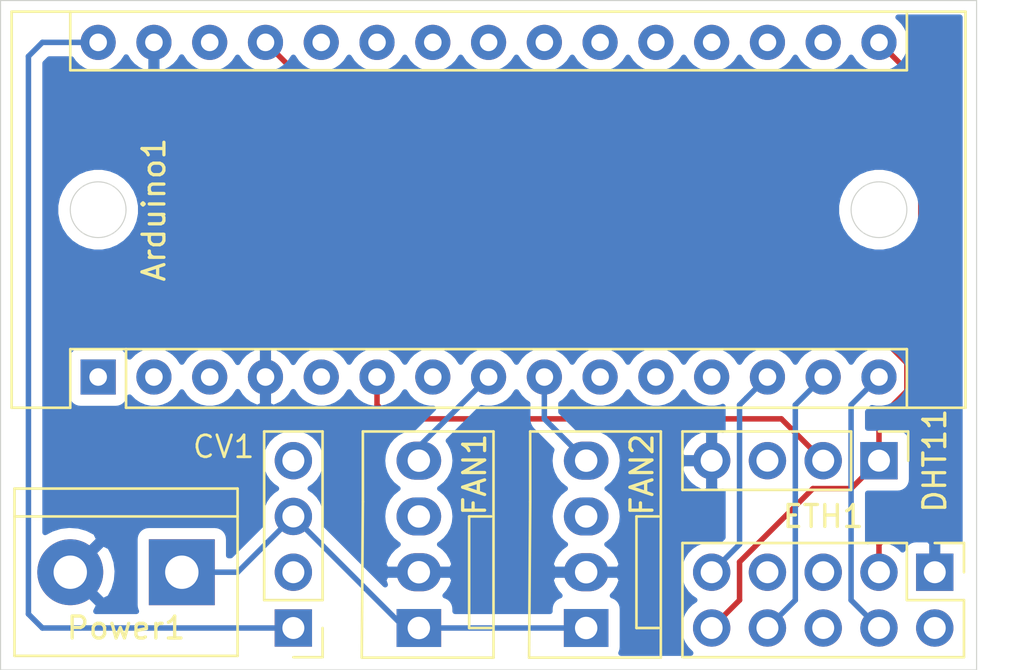
<source format=kicad_pcb>
(kicad_pcb (version 20171130) (host pcbnew "(5.1.6)-1")

  (general
    (thickness 1.6)
    (drawings 6)
    (tracks 43)
    (zones 0)
    (modules 7)
    (nets 40)
  )

  (page A4)
  (layers
    (0 F.Cu signal)
    (31 B.Cu signal)
    (33 F.Adhes user)
    (35 F.Paste user)
    (37 F.SilkS user)
    (38 B.Mask user)
    (39 F.Mask user)
    (40 Dwgs.User user)
    (41 Cmts.User user)
    (42 Eco1.User user)
    (43 Eco2.User user)
    (44 Edge.Cuts user)
    (45 Margin user)
    (46 B.CrtYd user)
    (47 F.CrtYd user)
    (49 F.Fab user hide)
  )

  (setup
    (last_trace_width 0.25)
    (trace_clearance 0.2)
    (zone_clearance 0.508)
    (zone_45_only no)
    (trace_min 0.2)
    (via_size 0.8)
    (via_drill 0.4)
    (via_min_size 0.4)
    (via_min_drill 0.3)
    (uvia_size 0.3)
    (uvia_drill 0.1)
    (uvias_allowed no)
    (uvia_min_size 0.2)
    (uvia_min_drill 0.1)
    (edge_width 0.05)
    (segment_width 0.2)
    (pcb_text_width 0.3)
    (pcb_text_size 1.5 1.5)
    (mod_edge_width 0.12)
    (mod_text_size 1 1)
    (mod_text_width 0.15)
    (pad_size 1.524 1.524)
    (pad_drill 0.762)
    (pad_to_mask_clearance 0.051)
    (solder_mask_min_width 0.25)
    (aux_axis_origin 0 0)
    (grid_origin 79 129.135)
    (visible_elements 7FFFFFFF)
    (pcbplotparams
      (layerselection 0x010fc_ffffffff)
      (usegerberextensions false)
      (usegerberattributes false)
      (usegerberadvancedattributes false)
      (creategerberjobfile false)
      (excludeedgelayer true)
      (linewidth 0.100000)
      (plotframeref false)
      (viasonmask false)
      (mode 1)
      (useauxorigin false)
      (hpglpennumber 1)
      (hpglpenspeed 20)
      (hpglpendiameter 15.000000)
      (psnegative false)
      (psa4output false)
      (plotreference true)
      (plotvalue true)
      (plotinvisibletext false)
      (padsonsilk false)
      (subtractmaskfromsilk false)
      (outputformat 1)
      (mirror false)
      (drillshape 1)
      (scaleselection 1)
      (outputdirectory ""))
  )

  (net 0 "")
  (net 1 +12V)
  (net 2 +5V)
  (net 3 "Net-(DHT11-Pad3)")
  (net 4 "Net-(FAN1-Pad3)")
  (net 5 "Net-(FAN2-Pad3)")
  (net 6 5V)
  (net 7 3V3)
  (net 8 E_SCK)
  (net 9 E_MISO)
  (net 10 E_MOSI)
  (net 11 GND)
  (net 12 E_NSS)
  (net 13 "Net-(Arduino1-Pad28)")
  (net 14 "Net-(Arduino1-Pad12)")
  (net 15 "Net-(Arduino1-Pad11)")
  (net 16 "Net-(Arduino1-Pad26)")
  (net 17 "Net-(Arduino1-Pad10)")
  (net 18 "Net-(Arduino1-Pad25)")
  (net 19 FAN_PWM_2)
  (net 20 "Net-(Arduino1-Pad24)")
  (net 21 FAN_PWM_1)
  (net 22 "Net-(Arduino1-Pad23)")
  (net 23 "Net-(Arduino1-Pad7)")
  (net 24 "Net-(Arduino1-Pad22)")
  (net 25 D_DHT)
  (net 26 "Net-(Arduino1-Pad21)")
  (net 27 "Net-(Arduino1-Pad5)")
  (net 28 "Net-(Arduino1-Pad20)")
  (net 29 "Net-(Arduino1-Pad19)")
  (net 30 "Net-(Arduino1-Pad3)")
  (net 31 "Net-(Arduino1-Pad18)")
  (net 32 "Net-(Arduino1-Pad2)")
  (net 33 "Net-(Arduino1-Pad1)")
  (net 34 "Net-(CV1-Pad2)")
  (net 35 "Net-(CV1-Pad4)")
  (net 36 "Net-(ETH1-Pad7)")
  (net 37 "Net-(ETH1-Pad6)")
  (net 38 "Net-(ETH1-Pad5)")
  (net 39 "Net-(ETH1-Pad2)")

  (net_class Default "Ceci est la Netclass par défaut."
    (clearance 0.2)
    (trace_width 0.25)
    (via_dia 0.8)
    (via_drill 0.4)
    (uvia_dia 0.3)
    (uvia_drill 0.1)
    (add_net +12V)
    (add_net +5V)
    (add_net 3V3)
    (add_net 5V)
    (add_net D_DHT)
    (add_net E_MISO)
    (add_net E_MOSI)
    (add_net E_NSS)
    (add_net E_SCK)
    (add_net FAN_PWM_1)
    (add_net FAN_PWM_2)
    (add_net GND)
    (add_net "Net-(Arduino1-Pad1)")
    (add_net "Net-(Arduino1-Pad10)")
    (add_net "Net-(Arduino1-Pad11)")
    (add_net "Net-(Arduino1-Pad12)")
    (add_net "Net-(Arduino1-Pad18)")
    (add_net "Net-(Arduino1-Pad19)")
    (add_net "Net-(Arduino1-Pad2)")
    (add_net "Net-(Arduino1-Pad20)")
    (add_net "Net-(Arduino1-Pad21)")
    (add_net "Net-(Arduino1-Pad22)")
    (add_net "Net-(Arduino1-Pad23)")
    (add_net "Net-(Arduino1-Pad24)")
    (add_net "Net-(Arduino1-Pad25)")
    (add_net "Net-(Arduino1-Pad26)")
    (add_net "Net-(Arduino1-Pad28)")
    (add_net "Net-(Arduino1-Pad3)")
    (add_net "Net-(Arduino1-Pad5)")
    (add_net "Net-(Arduino1-Pad7)")
    (add_net "Net-(CV1-Pad2)")
    (add_net "Net-(CV1-Pad4)")
    (add_net "Net-(DHT11-Pad3)")
    (add_net "Net-(ETH1-Pad2)")
    (add_net "Net-(ETH1-Pad5)")
    (add_net "Net-(ETH1-Pad6)")
    (add_net "Net-(ETH1-Pad7)")
    (add_net "Net-(FAN1-Pad3)")
    (add_net "Net-(FAN2-Pad3)")
  )

  (module Pin_Headers:Pin_Header_Straight_2x05_Pitch2.54mm (layer F.Cu) (tedit 59650532) (tstamp 5F2BD4BF)
    (at 121.545 124.69 270)
    (descr "Through hole straight pin header, 2x05, 2.54mm pitch, double rows")
    (tags "Through hole pin header THT 2x05 2.54mm double row")
    (path /5F2C882C)
    (fp_text reference ETH1 (at -2.54 5.08 180) (layer F.SilkS)
      (effects (font (size 1 1) (thickness 0.15)))
    )
    (fp_text value Conn_02x05_Counter_Clockwise (at 1.27 12.49 90) (layer F.Fab)
      (effects (font (size 1 1) (thickness 0.15)))
    )
    (fp_text user %R (at 1.27 5.08) (layer F.Fab)
      (effects (font (size 1 1) (thickness 0.15)))
    )
    (fp_line (start 0 -1.27) (end 3.81 -1.27) (layer F.Fab) (width 0.1))
    (fp_line (start 3.81 -1.27) (end 3.81 11.43) (layer F.Fab) (width 0.1))
    (fp_line (start 3.81 11.43) (end -1.27 11.43) (layer F.Fab) (width 0.1))
    (fp_line (start -1.27 11.43) (end -1.27 0) (layer F.Fab) (width 0.1))
    (fp_line (start -1.27 0) (end 0 -1.27) (layer F.Fab) (width 0.1))
    (fp_line (start -1.33 11.49) (end 3.87 11.49) (layer F.SilkS) (width 0.12))
    (fp_line (start -1.33 1.27) (end -1.33 11.49) (layer F.SilkS) (width 0.12))
    (fp_line (start 3.87 -1.33) (end 3.87 11.49) (layer F.SilkS) (width 0.12))
    (fp_line (start -1.33 1.27) (end 1.27 1.27) (layer F.SilkS) (width 0.12))
    (fp_line (start 1.27 1.27) (end 1.27 -1.33) (layer F.SilkS) (width 0.12))
    (fp_line (start 1.27 -1.33) (end 3.87 -1.33) (layer F.SilkS) (width 0.12))
    (fp_line (start -1.33 0) (end -1.33 -1.33) (layer F.SilkS) (width 0.12))
    (fp_line (start -1.33 -1.33) (end 0 -1.33) (layer F.SilkS) (width 0.12))
    (fp_line (start -1.8 -1.8) (end -1.8 11.95) (layer F.CrtYd) (width 0.05))
    (fp_line (start -1.8 11.95) (end 4.35 11.95) (layer F.CrtYd) (width 0.05))
    (fp_line (start 4.35 11.95) (end 4.35 -1.8) (layer F.CrtYd) (width 0.05))
    (fp_line (start 4.35 -1.8) (end -1.8 -1.8) (layer F.CrtYd) (width 0.05))
    (pad 10 thru_hole oval (at 2.54 10.16 270) (size 1.7 1.7) (drill 1) (layers *.Cu *.Mask)
      (net 6 5V))
    (pad 9 thru_hole oval (at 0 10.16 270) (size 1.7 1.7) (drill 1) (layers *.Cu *.Mask)
      (net 12 E_NSS))
    (pad 8 thru_hole oval (at 2.54 7.62 270) (size 1.7 1.7) (drill 1) (layers *.Cu *.Mask)
      (net 10 E_MOSI))
    (pad 7 thru_hole oval (at 0 7.62 270) (size 1.7 1.7) (drill 1) (layers *.Cu *.Mask)
      (net 36 "Net-(ETH1-Pad7)"))
    (pad 6 thru_hole oval (at 2.54 5.08 270) (size 1.7 1.7) (drill 1) (layers *.Cu *.Mask)
      (net 37 "Net-(ETH1-Pad6)"))
    (pad 5 thru_hole oval (at 0 5.08 270) (size 1.7 1.7) (drill 1) (layers *.Cu *.Mask)
      (net 38 "Net-(ETH1-Pad5)"))
    (pad 4 thru_hole oval (at 2.54 2.54 270) (size 1.7 1.7) (drill 1) (layers *.Cu *.Mask)
      (net 9 E_MISO))
    (pad 3 thru_hole oval (at 0 2.54 270) (size 1.7 1.7) (drill 1) (layers *.Cu *.Mask)
      (net 8 E_SCK))
    (pad 2 thru_hole oval (at 2.54 0 270) (size 1.7 1.7) (drill 1) (layers *.Cu *.Mask)
      (net 39 "Net-(ETH1-Pad2)"))
    (pad 1 thru_hole rect (at 0 0 270) (size 1.7 1.7) (drill 1) (layers *.Cu *.Mask)
      (net 11 GND))
    (model ${KISYS3DMOD}/Pin_Headers.3dshapes/Pin_Header_Straight_2x05_Pitch2.54mm.wrl
      (at (xyz 0 0 0))
      (scale (xyz 1 1 1))
      (rotate (xyz 0 0 0))
    )
  )

  (module Connect:Fan_Pin_Header_Straight_1x04 (layer F.Cu) (tedit 5F18A766) (tstamp 5F170A8A)
    (at 98.05 127.23 180)
    (descr "4-pin CPU fan Through hole pin header")
    (tags "pin header 4-pin CPU fan")
    (path /5F1C42A7)
    (fp_text reference FAN1 (at -2.54 6.985 270) (layer F.SilkS)
      (effects (font (size 1 1) (thickness 0.15)))
    )
    (fp_text value Conn_01x04 (at 0 9.8 180) (layer F.Fab) hide
      (effects (font (size 1 1) (thickness 0.15)))
    )
    (fp_line (start 3.68 9.35) (end -3.8 9.35) (layer F.CrtYd) (width 0.05))
    (fp_line (start 3.68 9.35) (end 3.68 -1.75) (layer F.CrtYd) (width 0.05))
    (fp_line (start -3.8 -1.75) (end -3.8 9.35) (layer F.CrtYd) (width 0.05))
    (fp_line (start -3.8 -1.75) (end 3.68 -1.75) (layer F.CrtYd) (width 0.05))
    (fp_line (start -2.29 5.08) (end -3.3 5.08) (layer F.SilkS) (width 0.12))
    (fp_line (start -2.29 0) (end -2.29 5.08) (layer F.SilkS) (width 0.12))
    (fp_line (start -3.3 0) (end -2.29 0) (layer F.SilkS) (width 0.12))
    (fp_line (start 2.5 -1.25) (end 2.5 5.75) (layer F.Fab) (width 0.1))
    (fp_line (start -3.3 -1.25) (end 2.5 -1.25) (layer F.Fab) (width 0.1))
    (fp_line (start -3.3 -1.2) (end -3.3 -1.25) (layer F.Fab) (width 0.1))
    (fp_line (start -3.3 8.85) (end -3.3 -1.2) (layer F.Fab) (width 0.1))
    (fp_line (start 2.5 8.85) (end -3.3 8.85) (layer F.Fab) (width 0.1))
    (fp_line (start 2.5 5.75) (end 2.5 8.85) (layer F.Fab) (width 0.1))
    (fp_line (start -2.3 0) (end -3.3 0) (layer F.Fab) (width 0.1))
    (fp_line (start -2.3 5.1) (end -2.3 0) (layer F.Fab) (width 0.1))
    (fp_line (start -3.3 5.1) (end -2.3 5.1) (layer F.Fab) (width 0.1))
    (fp_line (start -3.4 -1.35) (end 2.6 -1.35) (layer F.SilkS) (width 0.12))
    (fp_line (start -3.4 8.95) (end -3.4 -1.35) (layer F.SilkS) (width 0.12))
    (fp_line (start 2.55 8.95) (end -3.4 8.95) (layer F.SilkS) (width 0.12))
    (fp_line (start 2.55 5.75) (end 2.55 8.95) (layer F.SilkS) (width 0.12))
    (fp_line (start 2.6 -1.35) (end 2.55 5.75) (layer F.SilkS) (width 0.12))
    (fp_text user %R (at 0 -2.1 180) (layer F.Fab) hide
      (effects (font (size 1 1) (thickness 0.15)))
    )
    (pad 4 thru_hole oval (at 0 7.62 180) (size 2.03 1.73) (drill 1.02) (layers *.Cu *.Mask)
      (net 21 FAN_PWM_1))
    (pad 3 thru_hole oval (at 0 5.08 180) (size 2.03 1.73) (drill 1.02) (layers *.Cu *.Mask)
      (net 4 "Net-(FAN1-Pad3)"))
    (pad 2 thru_hole oval (at 0 2.54 180) (size 2.03 1.73) (drill 1.02) (layers *.Cu *.Mask)
      (net 11 GND))
    (pad 1 thru_hole rect (at 0 0 180) (size 2.03 1.73) (drill 1.02) (layers *.Cu *.Mask)
      (net 1 +12V))
    (model Connectors.3dshapes\Fan_Pin_Header_Straight_1x04.wrl
      (at (xyz 0 0 0))
      (scale (xyz 0.39 0.39 0.39))
      (rotate (xyz 0 0 -90))
    )
  )

  (module Connect:Fan_Pin_Header_Straight_1x04 (layer F.Cu) (tedit 5F18A743) (tstamp 5F170AA9)
    (at 105.67 127.23 180)
    (descr "4-pin CPU fan Through hole pin header")
    (tags "pin header 4-pin CPU fan")
    (path /5F1CF0F9)
    (fp_text reference FAN2 (at -2.54 6.985 90) (layer F.SilkS)
      (effects (font (size 1 1) (thickness 0.15)))
    )
    (fp_text value Conn_01x04 (at 0 9.8 180) (layer F.Fab) hide
      (effects (font (size 1 1) (thickness 0.15)))
    )
    (fp_line (start 2.6 -1.35) (end 2.55 5.75) (layer F.SilkS) (width 0.12))
    (fp_line (start 2.55 5.75) (end 2.55 8.95) (layer F.SilkS) (width 0.12))
    (fp_line (start 2.55 8.95) (end -3.4 8.95) (layer F.SilkS) (width 0.12))
    (fp_line (start -3.4 8.95) (end -3.4 -1.35) (layer F.SilkS) (width 0.12))
    (fp_line (start -3.4 -1.35) (end 2.6 -1.35) (layer F.SilkS) (width 0.12))
    (fp_line (start -3.3 5.1) (end -2.3 5.1) (layer F.Fab) (width 0.1))
    (fp_line (start -2.3 5.1) (end -2.3 0) (layer F.Fab) (width 0.1))
    (fp_line (start -2.3 0) (end -3.3 0) (layer F.Fab) (width 0.1))
    (fp_line (start 2.5 5.75) (end 2.5 8.85) (layer F.Fab) (width 0.1))
    (fp_line (start 2.5 8.85) (end -3.3 8.85) (layer F.Fab) (width 0.1))
    (fp_line (start -3.3 8.85) (end -3.3 -1.2) (layer F.Fab) (width 0.1))
    (fp_line (start -3.3 -1.2) (end -3.3 -1.25) (layer F.Fab) (width 0.1))
    (fp_line (start -3.3 -1.25) (end 2.5 -1.25) (layer F.Fab) (width 0.1))
    (fp_line (start 2.5 -1.25) (end 2.5 5.75) (layer F.Fab) (width 0.1))
    (fp_line (start -3.3 0) (end -2.29 0) (layer F.SilkS) (width 0.12))
    (fp_line (start -2.29 0) (end -2.29 5.08) (layer F.SilkS) (width 0.12))
    (fp_line (start -2.29 5.08) (end -3.3 5.08) (layer F.SilkS) (width 0.12))
    (fp_line (start -3.8 -1.75) (end 3.68 -1.75) (layer F.CrtYd) (width 0.05))
    (fp_line (start -3.8 -1.75) (end -3.8 9.35) (layer F.CrtYd) (width 0.05))
    (fp_line (start 3.68 9.35) (end 3.68 -1.75) (layer F.CrtYd) (width 0.05))
    (fp_line (start 3.68 9.35) (end -3.8 9.35) (layer F.CrtYd) (width 0.05))
    (fp_text user %R (at 0 -2.1 180) (layer F.Fab) hide
      (effects (font (size 1 1) (thickness 0.15)))
    )
    (pad 1 thru_hole rect (at 0 0 180) (size 2.03 1.73) (drill 1.02) (layers *.Cu *.Mask)
      (net 1 +12V))
    (pad 2 thru_hole oval (at 0 2.54 180) (size 2.03 1.73) (drill 1.02) (layers *.Cu *.Mask)
      (net 11 GND))
    (pad 3 thru_hole oval (at 0 5.08 180) (size 2.03 1.73) (drill 1.02) (layers *.Cu *.Mask)
      (net 5 "Net-(FAN2-Pad3)"))
    (pad 4 thru_hole oval (at 0 7.62 180) (size 2.03 1.73) (drill 1.02) (layers *.Cu *.Mask)
      (net 19 FAN_PWM_2))
    (model Connectors.3dshapes\Fan_Pin_Header_Straight_1x04.wrl
      (at (xyz 0 0 0))
      (scale (xyz 0.39 0.39 0.39))
      (rotate (xyz 0 0 -90))
    )
  )

  (module Pin_Headers:Pin_Header_Straight_1x04_Pitch2.54mm (layer F.Cu) (tedit 59650532) (tstamp 5F294310)
    (at 92.335 127.23 180)
    (descr "Through hole straight pin header, 1x04, 2.54mm pitch, single row")
    (tags "Through hole pin header THT 1x04 2.54mm single row")
    (path /5F274BD3)
    (fp_text reference CV1 (at 3.175 8.255) (layer F.SilkS)
      (effects (font (size 1 1) (thickness 0.125)))
    )
    (fp_text value Conn_01x04 (at 0 9.95) (layer F.Fab)
      (effects (font (size 1 1) (thickness 0.15)))
    )
    (fp_line (start -0.635 -1.27) (end 1.27 -1.27) (layer F.Fab) (width 0.1))
    (fp_line (start 1.27 -1.27) (end 1.27 8.89) (layer F.Fab) (width 0.1))
    (fp_line (start 1.27 8.89) (end -1.27 8.89) (layer F.Fab) (width 0.1))
    (fp_line (start -1.27 8.89) (end -1.27 -0.635) (layer F.Fab) (width 0.1))
    (fp_line (start -1.27 -0.635) (end -0.635 -1.27) (layer F.Fab) (width 0.1))
    (fp_line (start -1.33 8.95) (end 1.33 8.95) (layer F.SilkS) (width 0.12))
    (fp_line (start -1.33 1.27) (end -1.33 8.95) (layer F.SilkS) (width 0.12))
    (fp_line (start 1.33 1.27) (end 1.33 8.95) (layer F.SilkS) (width 0.12))
    (fp_line (start -1.33 1.27) (end 1.33 1.27) (layer F.SilkS) (width 0.12))
    (fp_line (start -1.33 0) (end -1.33 -1.33) (layer F.SilkS) (width 0.12))
    (fp_line (start -1.33 -1.33) (end 0 -1.33) (layer F.SilkS) (width 0.12))
    (fp_line (start -1.8 -1.8) (end -1.8 9.4) (layer F.CrtYd) (width 0.05))
    (fp_line (start -1.8 9.4) (end 1.8 9.4) (layer F.CrtYd) (width 0.05))
    (fp_line (start 1.8 9.4) (end 1.8 -1.8) (layer F.CrtYd) (width 0.05))
    (fp_line (start 1.8 -1.8) (end -1.8 -1.8) (layer F.CrtYd) (width 0.05))
    (fp_text user %R (at 0 3.81 90) (layer F.Fab)
      (effects (font (size 1 1) (thickness 0.15)))
    )
    (pad 1 thru_hole rect (at 0 0 180) (size 1.7 1.7) (drill 1) (layers *.Cu *.Mask)
      (net 2 +5V))
    (pad 2 thru_hole oval (at 0 2.54 180) (size 1.7 1.7) (drill 1) (layers *.Cu *.Mask)
      (net 34 "Net-(CV1-Pad2)"))
    (pad 3 thru_hole oval (at 0 5.08 180) (size 1.7 1.7) (drill 1) (layers *.Cu *.Mask)
      (net 1 +12V))
    (pad 4 thru_hole oval (at 0 7.62 180) (size 1.7 1.7) (drill 1) (layers *.Cu *.Mask)
      (net 35 "Net-(CV1-Pad4)"))
    (model ${KISYS3DMOD}/Pin_Headers.3dshapes/Pin_Header_Straight_1x04_Pitch2.54mm.wrl
      (at (xyz 0 0 0))
      (scale (xyz 1 1 1))
      (rotate (xyz 0 0 0))
    )
  )

  (module Module:Arduino_Nano (layer F.Cu) (tedit 58ACAF70) (tstamp 5F2BC05A)
    (at 83.445 115.8 90)
    (descr "Arduino Nano, http://www.mouser.com/pdfdocs/Gravitech_Arduino_Nano3_0.pdf")
    (tags "Arduino Nano")
    (path /5F2CCBCD)
    (fp_text reference Arduino1 (at 7.62 2.54 90) (layer F.SilkS)
      (effects (font (size 1 1) (thickness 0.15)))
    )
    (fp_text value Arduino_Nano_v3.x (at 8.89 19.05) (layer F.Fab)
      (effects (font (size 1 1) (thickness 0.15)))
    )
    (fp_text user %R (at 6.35 19.05) (layer F.Fab)
      (effects (font (size 1 1) (thickness 0.15)))
    )
    (fp_line (start 1.27 1.27) (end 1.27 -1.27) (layer F.SilkS) (width 0.12))
    (fp_line (start 1.27 -1.27) (end -1.4 -1.27) (layer F.SilkS) (width 0.12))
    (fp_line (start -1.4 1.27) (end -1.4 39.5) (layer F.SilkS) (width 0.12))
    (fp_line (start -1.4 -3.94) (end -1.4 -1.27) (layer F.SilkS) (width 0.12))
    (fp_line (start 13.97 -1.27) (end 16.64 -1.27) (layer F.SilkS) (width 0.12))
    (fp_line (start 13.97 -1.27) (end 13.97 36.83) (layer F.SilkS) (width 0.12))
    (fp_line (start 13.97 36.83) (end 16.64 36.83) (layer F.SilkS) (width 0.12))
    (fp_line (start 1.27 1.27) (end -1.4 1.27) (layer F.SilkS) (width 0.12))
    (fp_line (start 1.27 1.27) (end 1.27 36.83) (layer F.SilkS) (width 0.12))
    (fp_line (start 1.27 36.83) (end -1.4 36.83) (layer F.SilkS) (width 0.12))
    (fp_line (start 3.81 31.75) (end 11.43 31.75) (layer F.Fab) (width 0.1))
    (fp_line (start 11.43 31.75) (end 11.43 41.91) (layer F.Fab) (width 0.1))
    (fp_line (start 11.43 41.91) (end 3.81 41.91) (layer F.Fab) (width 0.1))
    (fp_line (start 3.81 41.91) (end 3.81 31.75) (layer F.Fab) (width 0.1))
    (fp_line (start -1.4 39.5) (end 16.64 39.5) (layer F.SilkS) (width 0.12))
    (fp_line (start 16.64 39.5) (end 16.64 -3.94) (layer F.SilkS) (width 0.12))
    (fp_line (start 16.64 -3.94) (end -1.4 -3.94) (layer F.SilkS) (width 0.12))
    (fp_line (start 16.51 39.37) (end -1.27 39.37) (layer F.Fab) (width 0.1))
    (fp_line (start -1.27 39.37) (end -1.27 -2.54) (layer F.Fab) (width 0.1))
    (fp_line (start -1.27 -2.54) (end 0 -3.81) (layer F.Fab) (width 0.1))
    (fp_line (start 0 -3.81) (end 16.51 -3.81) (layer F.Fab) (width 0.1))
    (fp_line (start 16.51 -3.81) (end 16.51 39.37) (layer F.Fab) (width 0.1))
    (fp_line (start -1.53 -4.06) (end 16.75 -4.06) (layer F.CrtYd) (width 0.05))
    (fp_line (start -1.53 -4.06) (end -1.53 42.16) (layer F.CrtYd) (width 0.05))
    (fp_line (start 16.75 42.16) (end 16.75 -4.06) (layer F.CrtYd) (width 0.05))
    (fp_line (start 16.75 42.16) (end -1.53 42.16) (layer F.CrtYd) (width 0.05))
    (pad 16 thru_hole oval (at 15.24 35.56 90) (size 1.6 1.6) (drill 0.8) (layers *.Cu *.Mask)
      (net 8 E_SCK))
    (pad 15 thru_hole oval (at 0 35.56 90) (size 1.6 1.6) (drill 0.8) (layers *.Cu *.Mask)
      (net 9 E_MISO))
    (pad 30 thru_hole oval (at 15.24 0 90) (size 1.6 1.6) (drill 0.8) (layers *.Cu *.Mask)
      (net 2 +5V))
    (pad 14 thru_hole oval (at 0 33.02 90) (size 1.6 1.6) (drill 0.8) (layers *.Cu *.Mask)
      (net 10 E_MOSI))
    (pad 29 thru_hole oval (at 15.24 2.54 90) (size 1.6 1.6) (drill 0.8) (layers *.Cu *.Mask)
      (net 11 GND))
    (pad 13 thru_hole oval (at 0 30.48 90) (size 1.6 1.6) (drill 0.8) (layers *.Cu *.Mask)
      (net 12 E_NSS))
    (pad 28 thru_hole oval (at 15.24 5.08 90) (size 1.6 1.6) (drill 0.8) (layers *.Cu *.Mask)
      (net 13 "Net-(Arduino1-Pad28)"))
    (pad 12 thru_hole oval (at 0 27.94 90) (size 1.6 1.6) (drill 0.8) (layers *.Cu *.Mask)
      (net 14 "Net-(Arduino1-Pad12)"))
    (pad 27 thru_hole oval (at 15.24 7.62 90) (size 1.6 1.6) (drill 0.8) (layers *.Cu *.Mask)
      (net 6 5V))
    (pad 11 thru_hole oval (at 0 25.4 90) (size 1.6 1.6) (drill 0.8) (layers *.Cu *.Mask)
      (net 15 "Net-(Arduino1-Pad11)"))
    (pad 26 thru_hole oval (at 15.24 10.16 90) (size 1.6 1.6) (drill 0.8) (layers *.Cu *.Mask)
      (net 16 "Net-(Arduino1-Pad26)"))
    (pad 10 thru_hole oval (at 0 22.86 90) (size 1.6 1.6) (drill 0.8) (layers *.Cu *.Mask)
      (net 17 "Net-(Arduino1-Pad10)"))
    (pad 25 thru_hole oval (at 15.24 12.7 90) (size 1.6 1.6) (drill 0.8) (layers *.Cu *.Mask)
      (net 18 "Net-(Arduino1-Pad25)"))
    (pad 9 thru_hole oval (at 0 20.32 90) (size 1.6 1.6) (drill 0.8) (layers *.Cu *.Mask)
      (net 19 FAN_PWM_2))
    (pad 24 thru_hole oval (at 15.24 15.24 90) (size 1.6 1.6) (drill 0.8) (layers *.Cu *.Mask)
      (net 20 "Net-(Arduino1-Pad24)"))
    (pad 8 thru_hole oval (at 0 17.78 90) (size 1.6 1.6) (drill 0.8) (layers *.Cu *.Mask)
      (net 21 FAN_PWM_1))
    (pad 23 thru_hole oval (at 15.24 17.78 90) (size 1.6 1.6) (drill 0.8) (layers *.Cu *.Mask)
      (net 22 "Net-(Arduino1-Pad23)"))
    (pad 7 thru_hole oval (at 0 15.24 90) (size 1.6 1.6) (drill 0.8) (layers *.Cu *.Mask)
      (net 23 "Net-(Arduino1-Pad7)"))
    (pad 22 thru_hole oval (at 15.24 20.32 90) (size 1.6 1.6) (drill 0.8) (layers *.Cu *.Mask)
      (net 24 "Net-(Arduino1-Pad22)"))
    (pad 6 thru_hole oval (at 0 12.7 90) (size 1.6 1.6) (drill 0.8) (layers *.Cu *.Mask)
      (net 25 D_DHT))
    (pad 21 thru_hole oval (at 15.24 22.86 90) (size 1.6 1.6) (drill 0.8) (layers *.Cu *.Mask)
      (net 26 "Net-(Arduino1-Pad21)"))
    (pad 5 thru_hole oval (at 0 10.16 90) (size 1.6 1.6) (drill 0.8) (layers *.Cu *.Mask)
      (net 27 "Net-(Arduino1-Pad5)"))
    (pad 20 thru_hole oval (at 15.24 25.4 90) (size 1.6 1.6) (drill 0.8) (layers *.Cu *.Mask)
      (net 28 "Net-(Arduino1-Pad20)"))
    (pad 4 thru_hole oval (at 0 7.62 90) (size 1.6 1.6) (drill 0.8) (layers *.Cu *.Mask)
      (net 11 GND))
    (pad 19 thru_hole oval (at 15.24 27.94 90) (size 1.6 1.6) (drill 0.8) (layers *.Cu *.Mask)
      (net 29 "Net-(Arduino1-Pad19)"))
    (pad 3 thru_hole oval (at 0 5.08 90) (size 1.6 1.6) (drill 0.8) (layers *.Cu *.Mask)
      (net 30 "Net-(Arduino1-Pad3)"))
    (pad 18 thru_hole oval (at 15.24 30.48 90) (size 1.6 1.6) (drill 0.8) (layers *.Cu *.Mask)
      (net 31 "Net-(Arduino1-Pad18)"))
    (pad 2 thru_hole oval (at 0 2.54 90) (size 1.6 1.6) (drill 0.8) (layers *.Cu *.Mask)
      (net 32 "Net-(Arduino1-Pad2)"))
    (pad 17 thru_hole oval (at 15.24 33.02 90) (size 1.6 1.6) (drill 0.8) (layers *.Cu *.Mask)
      (net 7 3V3))
    (pad 1 thru_hole rect (at 0 0 90) (size 1.6 1.6) (drill 0.8) (layers *.Cu *.Mask)
      (net 33 "Net-(Arduino1-Pad1)"))
  )

  (module Terminal_Blocks:TerminalBlock_bornier-2_P5.08mm (layer F.Cu) (tedit 59FF03AB) (tstamp 5F2BC54F)
    (at 87.255 124.69 180)
    (descr "simple 2-pin terminal block, pitch 5.08mm, revamped version of bornier2")
    (tags "terminal block bornier2")
    (path /5F1A320D)
    (fp_text reference Power1 (at 2.54 -2.54) (layer F.SilkS)
      (effects (font (size 1 1) (thickness 0.15)))
    )
    (fp_text value 12V (at 2.54 5.08) (layer F.Fab)
      (effects (font (size 1 1) (thickness 0.15)))
    )
    (fp_line (start -2.41 2.55) (end 7.49 2.55) (layer F.Fab) (width 0.1))
    (fp_line (start -2.46 -3.75) (end -2.46 3.75) (layer F.Fab) (width 0.1))
    (fp_line (start -2.46 3.75) (end 7.54 3.75) (layer F.Fab) (width 0.1))
    (fp_line (start 7.54 3.75) (end 7.54 -3.75) (layer F.Fab) (width 0.1))
    (fp_line (start 7.54 -3.75) (end -2.46 -3.75) (layer F.Fab) (width 0.1))
    (fp_line (start 7.62 2.54) (end -2.54 2.54) (layer F.SilkS) (width 0.12))
    (fp_line (start 7.62 3.81) (end 7.62 -3.81) (layer F.SilkS) (width 0.12))
    (fp_line (start 7.62 -3.81) (end -2.54 -3.81) (layer F.SilkS) (width 0.12))
    (fp_line (start -2.54 -3.81) (end -2.54 3.81) (layer F.SilkS) (width 0.12))
    (fp_line (start -2.54 3.81) (end 7.62 3.81) (layer F.SilkS) (width 0.12))
    (fp_line (start -2.71 -4) (end 7.79 -4) (layer F.CrtYd) (width 0.05))
    (fp_line (start -2.71 -4) (end -2.71 4) (layer F.CrtYd) (width 0.05))
    (fp_line (start 7.79 4) (end 7.79 -4) (layer F.CrtYd) (width 0.05))
    (fp_line (start 7.79 4) (end -2.71 4) (layer F.CrtYd) (width 0.05))
    (fp_text user %R (at 2.54 0) (layer F.Fab)
      (effects (font (size 1 1) (thickness 0.15)))
    )
    (pad 2 thru_hole circle (at 5.08 0 180) (size 3 3) (drill 1.52) (layers *.Cu *.Mask)
      (net 11 GND))
    (pad 1 thru_hole rect (at 0 0 180) (size 3 3) (drill 1.52) (layers *.Cu *.Mask)
      (net 1 +12V))
    (model ${KISYS3DMOD}/Terminal_Blocks.3dshapes/TerminalBlock_bornier-2_P5.08mm.wrl
      (offset (xyz 2.539999961853027 0 0))
      (scale (xyz 1 1 1))
      (rotate (xyz 0 0 0))
    )
  )

  (module Pin_Headers:Pin_Header_Straight_1x04_Pitch2.54mm (layer F.Cu) (tedit 59650532) (tstamp 5F294327)
    (at 119.005 119.61 270)
    (descr "Through hole straight pin header, 1x04, 2.54mm pitch, single row")
    (tags "Through hole pin header THT 1x04 2.54mm single row")
    (path /5F18AD99)
    (fp_text reference DHT11 (at 0 -2.54 270) (layer F.SilkS)
      (effects (font (size 1 1) (thickness 0.15)))
    )
    (fp_text value Conn_01x04_Female (at 0 9.95 90) (layer F.Fab)
      (effects (font (size 1 1) (thickness 0.15)))
    )
    (fp_line (start 1.8 -1.8) (end -1.8 -1.8) (layer F.CrtYd) (width 0.05))
    (fp_line (start 1.8 9.4) (end 1.8 -1.8) (layer F.CrtYd) (width 0.05))
    (fp_line (start -1.8 9.4) (end 1.8 9.4) (layer F.CrtYd) (width 0.05))
    (fp_line (start -1.8 -1.8) (end -1.8 9.4) (layer F.CrtYd) (width 0.05))
    (fp_line (start -1.33 -1.33) (end 0 -1.33) (layer F.SilkS) (width 0.12))
    (fp_line (start -1.33 0) (end -1.33 -1.33) (layer F.SilkS) (width 0.12))
    (fp_line (start -1.33 1.27) (end 1.33 1.27) (layer F.SilkS) (width 0.12))
    (fp_line (start 1.33 1.27) (end 1.33 8.95) (layer F.SilkS) (width 0.12))
    (fp_line (start -1.33 1.27) (end -1.33 8.95) (layer F.SilkS) (width 0.12))
    (fp_line (start -1.33 8.95) (end 1.33 8.95) (layer F.SilkS) (width 0.12))
    (fp_line (start -1.27 -0.635) (end -0.635 -1.27) (layer F.Fab) (width 0.1))
    (fp_line (start -1.27 8.89) (end -1.27 -0.635) (layer F.Fab) (width 0.1))
    (fp_line (start 1.27 8.89) (end -1.27 8.89) (layer F.Fab) (width 0.1))
    (fp_line (start 1.27 -1.27) (end 1.27 8.89) (layer F.Fab) (width 0.1))
    (fp_line (start -0.635 -1.27) (end 1.27 -1.27) (layer F.Fab) (width 0.1))
    (fp_text user %R (at 0 3.81) (layer F.Fab)
      (effects (font (size 1 1) (thickness 0.15)))
    )
    (pad 4 thru_hole oval (at 0 7.62 270) (size 1.7 1.7) (drill 1) (layers *.Cu *.Mask)
      (net 11 GND))
    (pad 3 thru_hole oval (at 0 5.08 270) (size 1.7 1.7) (drill 1) (layers *.Cu *.Mask)
      (net 3 "Net-(DHT11-Pad3)"))
    (pad 2 thru_hole oval (at 0 2.54 270) (size 1.7 1.7) (drill 1) (layers *.Cu *.Mask)
      (net 25 D_DHT))
    (pad 1 thru_hole rect (at 0 0 270) (size 1.7 1.7) (drill 1) (layers *.Cu *.Mask)
      (net 6 5V))
    (model ${KISYS3DMOD}/Pin_Headers.3dshapes/Pin_Header_Straight_1x04_Pitch2.54mm.wrl
      (at (xyz 0 0 0))
      (scale (xyz 1 1 1))
      (rotate (xyz 0 0 0))
    )
  )

  (gr_circle (center 83.445 108.18) (end 84.715 108.18) (layer Edge.Cuts) (width 0.05))
  (gr_circle (center 119.005 108.18) (end 120.275 108.18) (layer Edge.Cuts) (width 0.05))
  (gr_line (start 123.45 129.135) (end 123.45 98.655) (layer Edge.Cuts) (width 0.05) (tstamp 5F17487E))
  (gr_line (start 79 98.655) (end 79 129.135) (layer Edge.Cuts) (width 0.05) (tstamp 5F17487D))
  (gr_line (start 79 129.135) (end 123.45 129.135) (layer Edge.Cuts) (width 0.05))
  (gr_line (start 79 98.655) (end 123.45 98.655) (layer Edge.Cuts) (width 0.05))

  (segment (start 89.795 124.69) (end 92.335 122.15) (width 0.25) (layer B.Cu) (net 1))
  (segment (start 87.255 124.69) (end 89.795 124.69) (width 0.25) (layer B.Cu) (net 1))
  (segment (start 97.415 127.23) (end 98.05 127.23) (width 0.25) (layer B.Cu) (net 1))
  (segment (start 92.335 122.15) (end 97.415 127.23) (width 0.25) (layer B.Cu) (net 1))
  (segment (start 98.05 127.23) (end 105.67 127.23) (width 0.25) (layer B.Cu) (net 1))
  (segment (start 83.445 100.56) (end 80.905 100.56) (width 0.25) (layer B.Cu) (net 2))
  (segment (start 80.905 100.56) (end 80.27 101.195) (width 0.25) (layer B.Cu) (net 2))
  (segment (start 80.27 101.195) (end 80.27 126.595) (width 0.25) (layer B.Cu) (net 2))
  (segment (start 80.27 126.595) (end 80.905 127.23) (width 0.25) (layer B.Cu) (net 2))
  (segment (start 80.905 127.23) (end 92.335 127.23) (width 0.25) (layer B.Cu) (net 2))
  (segment (start 111.385 127.23) (end 112.655 125.96) (width 0.25) (layer F.Cu) (net 6))
  (segment (start 112.655 124.220998) (end 115.995998 120.88) (width 0.25) (layer F.Cu) (net 6))
  (segment (start 112.655 125.96) (end 112.655 124.220998) (width 0.25) (layer F.Cu) (net 6))
  (segment (start 117.735 120.88) (end 119.005 119.61) (width 0.25) (layer F.Cu) (net 6))
  (segment (start 115.995998 120.88) (end 117.735 120.88) (width 0.25) (layer F.Cu) (net 6))
  (segment (start 119.005 119.61) (end 119.005 117.705) (width 0.25) (layer F.Cu) (net 6))
  (segment (start 119.005 117.705) (end 120.275 116.435) (width 0.25) (layer F.Cu) (net 6))
  (segment (start 120.275 116.435) (end 120.275 115.165) (width 0.25) (layer F.Cu) (net 6))
  (segment (start 120.275 115.165) (end 107.575 102.465) (width 0.25) (layer F.Cu) (net 6))
  (segment (start 92.97 102.465) (end 91.065 100.56) (width 0.25) (layer F.Cu) (net 6))
  (segment (start 107.575 102.465) (end 92.97 102.465) (width 0.25) (layer F.Cu) (net 6))
  (segment (start 120.91 102.465) (end 119.005 100.56) (width 0.25) (layer F.Cu) (net 8))
  (segment (start 120.91 121.515) (end 120.91 102.465) (width 0.25) (layer F.Cu) (net 8))
  (segment (start 119.005 124.69) (end 119.005 123.42) (width 0.25) (layer F.Cu) (net 8))
  (segment (start 119.005 123.42) (end 120.91 121.515) (width 0.25) (layer F.Cu) (net 8))
  (segment (start 119.005 127.23) (end 117.735 125.96) (width 0.25) (layer B.Cu) (net 9))
  (segment (start 117.735 117.07) (end 119.005 115.8) (width 0.25) (layer B.Cu) (net 9))
  (segment (start 117.735 125.96) (end 117.735 117.07) (width 0.25) (layer B.Cu) (net 9))
  (segment (start 116.465 115.8) (end 115.195 117.07) (width 0.25) (layer B.Cu) (net 10))
  (segment (start 115.195 125.96) (end 113.925 127.23) (width 0.25) (layer B.Cu) (net 10))
  (segment (start 115.195 117.07) (end 115.195 125.96) (width 0.25) (layer B.Cu) (net 10))
  (segment (start 112.9725 116.7525) (end 113.925 115.8) (width 0.25) (layer B.Cu) (net 12))
  (segment (start 112.655 117.07) (end 112.9725 116.7525) (width 0.25) (layer B.Cu) (net 12))
  (segment (start 112.655 123.42) (end 112.655 117.07) (width 0.25) (layer B.Cu) (net 12))
  (segment (start 111.385 124.69) (end 112.655 123.42) (width 0.25) (layer B.Cu) (net 12))
  (segment (start 103.765 117.705) (end 103.765 115.8) (width 0.25) (layer B.Cu) (net 19))
  (segment (start 105.67 119.61) (end 103.765 117.705) (width 0.25) (layer B.Cu) (net 19))
  (segment (start 98.05 118.975) (end 101.225 115.8) (width 0.25) (layer B.Cu) (net 21))
  (segment (start 98.05 119.61) (end 98.05 118.975) (width 0.25) (layer B.Cu) (net 21))
  (segment (start 96.145 115.8) (end 96.145 117.07) (width 0.25) (layer F.Cu) (net 25))
  (segment (start 96.145 117.07) (end 96.78 117.705) (width 0.25) (layer F.Cu) (net 25))
  (segment (start 114.56 117.705) (end 116.465 119.61) (width 0.25) (layer F.Cu) (net 25))
  (segment (start 96.78 117.705) (end 114.56 117.705) (width 0.25) (layer F.Cu) (net 25))

  (zone (net 11) (net_name GND) (layer B.Cu) (tstamp 0) (hatch edge 0.508)
    (connect_pads (clearance 0.508))
    (min_thickness 0.254)
    (fill yes (arc_segments 32) (thermal_gap 0.508) (thermal_bridge_width 0.508))
    (polygon
      (pts
        (xy 122.815 128.5) (xy 79.635 128.5) (xy 79.635 99.29) (xy 122.815 99.29)
      )
    )
    (filled_polygon
      (pts
        (xy 122.688 123.276593) (xy 122.63918 123.250498) (xy 122.519482 123.214188) (xy 122.395 123.201928) (xy 121.83075 123.205)
        (xy 121.672 123.36375) (xy 121.672 124.563) (xy 121.692 124.563) (xy 121.692 124.817) (xy 121.672 124.817)
        (xy 121.672 124.837) (xy 121.418 124.837) (xy 121.418 124.817) (xy 121.398 124.817) (xy 121.398 124.563)
        (xy 121.418 124.563) (xy 121.418 123.36375) (xy 121.25925 123.205) (xy 120.695 123.201928) (xy 120.570518 123.214188)
        (xy 120.45082 123.250498) (xy 120.340506 123.309463) (xy 120.243815 123.388815) (xy 120.164463 123.485506) (xy 120.105498 123.59582)
        (xy 120.083487 123.66838) (xy 119.951632 123.536525) (xy 119.708411 123.37401) (xy 119.438158 123.262068) (xy 119.15126 123.205)
        (xy 118.85874 123.205) (xy 118.571842 123.262068) (xy 118.495 123.293897) (xy 118.495 121.098072) (xy 119.855 121.098072)
        (xy 119.979482 121.085812) (xy 120.09918 121.049502) (xy 120.209494 120.990537) (xy 120.306185 120.911185) (xy 120.385537 120.814494)
        (xy 120.444502 120.70418) (xy 120.480812 120.584482) (xy 120.493072 120.46) (xy 120.493072 118.76) (xy 120.480812 118.635518)
        (xy 120.444502 118.51582) (xy 120.385537 118.405506) (xy 120.306185 118.308815) (xy 120.209494 118.229463) (xy 120.09918 118.170498)
        (xy 119.979482 118.134188) (xy 119.855 118.121928) (xy 118.495 118.121928) (xy 118.495 117.384801) (xy 118.681114 117.198688)
        (xy 118.863665 117.235) (xy 119.146335 117.235) (xy 119.423574 117.179853) (xy 119.684727 117.07168) (xy 119.919759 116.914637)
        (xy 120.119637 116.714759) (xy 120.27668 116.479727) (xy 120.384853 116.218574) (xy 120.44 115.941335) (xy 120.44 115.658665)
        (xy 120.384853 115.381426) (xy 120.27668 115.120273) (xy 120.119637 114.885241) (xy 119.919759 114.685363) (xy 119.684727 114.52832)
        (xy 119.423574 114.420147) (xy 119.146335 114.365) (xy 118.863665 114.365) (xy 118.586426 114.420147) (xy 118.325273 114.52832)
        (xy 118.090241 114.685363) (xy 117.890363 114.885241) (xy 117.735 115.117759) (xy 117.579637 114.885241) (xy 117.379759 114.685363)
        (xy 117.144727 114.52832) (xy 116.883574 114.420147) (xy 116.606335 114.365) (xy 116.323665 114.365) (xy 116.046426 114.420147)
        (xy 115.785273 114.52832) (xy 115.550241 114.685363) (xy 115.350363 114.885241) (xy 115.195 115.117759) (xy 115.039637 114.885241)
        (xy 114.839759 114.685363) (xy 114.604727 114.52832) (xy 114.343574 114.420147) (xy 114.066335 114.365) (xy 113.783665 114.365)
        (xy 113.506426 114.420147) (xy 113.245273 114.52832) (xy 113.010241 114.685363) (xy 112.810363 114.885241) (xy 112.655 115.117759)
        (xy 112.499637 114.885241) (xy 112.299759 114.685363) (xy 112.064727 114.52832) (xy 111.803574 114.420147) (xy 111.526335 114.365)
        (xy 111.243665 114.365) (xy 110.966426 114.420147) (xy 110.705273 114.52832) (xy 110.470241 114.685363) (xy 110.270363 114.885241)
        (xy 110.115 115.117759) (xy 109.959637 114.885241) (xy 109.759759 114.685363) (xy 109.524727 114.52832) (xy 109.263574 114.420147)
        (xy 108.986335 114.365) (xy 108.703665 114.365) (xy 108.426426 114.420147) (xy 108.165273 114.52832) (xy 107.930241 114.685363)
        (xy 107.730363 114.885241) (xy 107.575 115.117759) (xy 107.419637 114.885241) (xy 107.219759 114.685363) (xy 106.984727 114.52832)
        (xy 106.723574 114.420147) (xy 106.446335 114.365) (xy 106.163665 114.365) (xy 105.886426 114.420147) (xy 105.625273 114.52832)
        (xy 105.390241 114.685363) (xy 105.190363 114.885241) (xy 105.035 115.117759) (xy 104.879637 114.885241) (xy 104.679759 114.685363)
        (xy 104.444727 114.52832) (xy 104.183574 114.420147) (xy 103.906335 114.365) (xy 103.623665 114.365) (xy 103.346426 114.420147)
        (xy 103.085273 114.52832) (xy 102.850241 114.685363) (xy 102.650363 114.885241) (xy 102.495 115.117759) (xy 102.339637 114.885241)
        (xy 102.139759 114.685363) (xy 101.904727 114.52832) (xy 101.643574 114.420147) (xy 101.366335 114.365) (xy 101.083665 114.365)
        (xy 100.806426 114.420147) (xy 100.545273 114.52832) (xy 100.310241 114.685363) (xy 100.110363 114.885241) (xy 99.955 115.117759)
        (xy 99.799637 114.885241) (xy 99.599759 114.685363) (xy 99.364727 114.52832) (xy 99.103574 114.420147) (xy 98.826335 114.365)
        (xy 98.543665 114.365) (xy 98.266426 114.420147) (xy 98.005273 114.52832) (xy 97.770241 114.685363) (xy 97.570363 114.885241)
        (xy 97.415 115.117759) (xy 97.259637 114.885241) (xy 97.059759 114.685363) (xy 96.824727 114.52832) (xy 96.563574 114.420147)
        (xy 96.286335 114.365) (xy 96.003665 114.365) (xy 95.726426 114.420147) (xy 95.465273 114.52832) (xy 95.230241 114.685363)
        (xy 95.030363 114.885241) (xy 94.875 115.117759) (xy 94.719637 114.885241) (xy 94.519759 114.685363) (xy 94.284727 114.52832)
        (xy 94.023574 114.420147) (xy 93.746335 114.365) (xy 93.463665 114.365) (xy 93.186426 114.420147) (xy 92.925273 114.52832)
        (xy 92.690241 114.685363) (xy 92.490363 114.885241) (xy 92.33332 115.120273) (xy 92.328933 115.130865) (xy 92.217385 114.944869)
        (xy 92.028414 114.736481) (xy 91.80242 114.568963) (xy 91.548087 114.448754) (xy 91.414039 114.408096) (xy 91.192 114.530085)
        (xy 91.192 115.673) (xy 91.212 115.673) (xy 91.212 115.927) (xy 91.192 115.927) (xy 91.192 117.069915)
        (xy 91.414039 117.191904) (xy 91.548087 117.151246) (xy 91.80242 117.031037) (xy 92.028414 116.863519) (xy 92.217385 116.655131)
        (xy 92.328933 116.469135) (xy 92.33332 116.479727) (xy 92.490363 116.714759) (xy 92.690241 116.914637) (xy 92.925273 117.07168)
        (xy 93.186426 117.179853) (xy 93.463665 117.235) (xy 93.746335 117.235) (xy 94.023574 117.179853) (xy 94.284727 117.07168)
        (xy 94.519759 116.914637) (xy 94.719637 116.714759) (xy 94.875 116.482241) (xy 95.030363 116.714759) (xy 95.230241 116.914637)
        (xy 95.465273 117.07168) (xy 95.726426 117.179853) (xy 96.003665 117.235) (xy 96.286335 117.235) (xy 96.563574 117.179853)
        (xy 96.824727 117.07168) (xy 97.059759 116.914637) (xy 97.259637 116.714759) (xy 97.415 116.482241) (xy 97.570363 116.714759)
        (xy 97.770241 116.914637) (xy 98.005273 117.07168) (xy 98.266426 117.179853) (xy 98.543665 117.235) (xy 98.715199 117.235)
        (xy 97.840199 118.11) (xy 97.82632 118.11) (xy 97.605949 118.131705) (xy 97.323198 118.217476) (xy 97.062613 118.356762)
        (xy 96.834208 118.544208) (xy 96.646762 118.772613) (xy 96.507476 119.033198) (xy 96.421705 119.315949) (xy 96.392743 119.61)
        (xy 96.421705 119.904051) (xy 96.507476 120.186802) (xy 96.646762 120.447387) (xy 96.834208 120.675792) (xy 97.062613 120.863238)
        (xy 97.093972 120.88) (xy 97.062613 120.896762) (xy 96.834208 121.084208) (xy 96.646762 121.312613) (xy 96.507476 121.573198)
        (xy 96.421705 121.855949) (xy 96.392743 122.15) (xy 96.421705 122.444051) (xy 96.507476 122.726802) (xy 96.646762 122.987387)
        (xy 96.834208 123.215792) (xy 97.062613 123.403238) (xy 97.100703 123.423598) (xy 96.898028 123.57219) (xy 96.699207 123.789143)
        (xy 96.546531 124.040716) (xy 96.445869 124.317241) (xy 96.443654 124.330754) (xy 96.564776 124.563) (xy 97.923 124.563)
        (xy 97.923 124.543) (xy 98.177 124.543) (xy 98.177 124.563) (xy 99.535224 124.563) (xy 99.656346 124.330754)
        (xy 99.654131 124.317241) (xy 99.553469 124.040716) (xy 99.400793 123.789143) (xy 99.201972 123.57219) (xy 98.999297 123.423598)
        (xy 99.037387 123.403238) (xy 99.265792 123.215792) (xy 99.453238 122.987387) (xy 99.592524 122.726802) (xy 99.678295 122.444051)
        (xy 99.707257 122.15) (xy 99.678295 121.855949) (xy 99.592524 121.573198) (xy 99.453238 121.312613) (xy 99.265792 121.084208)
        (xy 99.037387 120.896762) (xy 99.006028 120.88) (xy 99.037387 120.863238) (xy 99.265792 120.675792) (xy 99.453238 120.447387)
        (xy 99.592524 120.186802) (xy 99.678295 119.904051) (xy 99.707257 119.61) (xy 99.678295 119.315949) (xy 99.592524 119.033198)
        (xy 99.453238 118.772613) (xy 99.396421 118.703381) (xy 100.901114 117.198688) (xy 101.083665 117.235) (xy 101.366335 117.235)
        (xy 101.643574 117.179853) (xy 101.904727 117.07168) (xy 102.139759 116.914637) (xy 102.339637 116.714759) (xy 102.495 116.482241)
        (xy 102.650363 116.714759) (xy 102.850241 116.914637) (xy 103.005 117.018044) (xy 103.005 117.667677) (xy 103.001324 117.705)
        (xy 103.005 117.742322) (xy 103.005 117.742332) (xy 103.015997 117.853985) (xy 103.059454 117.997246) (xy 103.130026 118.129276)
        (xy 103.169871 118.177826) (xy 103.224999 118.245001) (xy 103.254003 118.268804) (xy 104.102088 119.11689) (xy 104.041705 119.315949)
        (xy 104.012743 119.61) (xy 104.041705 119.904051) (xy 104.127476 120.186802) (xy 104.266762 120.447387) (xy 104.454208 120.675792)
        (xy 104.682613 120.863238) (xy 104.713972 120.88) (xy 104.682613 120.896762) (xy 104.454208 121.084208) (xy 104.266762 121.312613)
        (xy 104.127476 121.573198) (xy 104.041705 121.855949) (xy 104.012743 122.15) (xy 104.041705 122.444051) (xy 104.127476 122.726802)
        (xy 104.266762 122.987387) (xy 104.454208 123.215792) (xy 104.682613 123.403238) (xy 104.720703 123.423598) (xy 104.518028 123.57219)
        (xy 104.319207 123.789143) (xy 104.166531 124.040716) (xy 104.065869 124.317241) (xy 104.063654 124.330754) (xy 104.184776 124.563)
        (xy 105.543 124.563) (xy 105.543 124.543) (xy 105.797 124.543) (xy 105.797 124.563) (xy 107.155224 124.563)
        (xy 107.276346 124.330754) (xy 107.274131 124.317241) (xy 107.173469 124.040716) (xy 107.020793 123.789143) (xy 106.821972 123.57219)
        (xy 106.619297 123.423598) (xy 106.657387 123.403238) (xy 106.885792 123.215792) (xy 107.073238 122.987387) (xy 107.212524 122.726802)
        (xy 107.298295 122.444051) (xy 107.327257 122.15) (xy 107.298295 121.855949) (xy 107.212524 121.573198) (xy 107.073238 121.312613)
        (xy 106.885792 121.084208) (xy 106.657387 120.896762) (xy 106.626028 120.88) (xy 106.657387 120.863238) (xy 106.885792 120.675792)
        (xy 107.073238 120.447387) (xy 107.212524 120.186802) (xy 107.279232 119.966891) (xy 109.943519 119.966891) (xy 110.040843 120.241252)
        (xy 110.189822 120.491355) (xy 110.384731 120.707588) (xy 110.61808 120.881641) (xy 110.880901 121.006825) (xy 111.02811 121.051476)
        (xy 111.258 120.930155) (xy 111.258 119.737) (xy 110.064186 119.737) (xy 109.943519 119.966891) (xy 107.279232 119.966891)
        (xy 107.298295 119.904051) (xy 107.327257 119.61) (xy 107.298295 119.315949) (xy 107.279233 119.253109) (xy 109.943519 119.253109)
        (xy 110.064186 119.483) (xy 111.258 119.483) (xy 111.258 118.289845) (xy 111.02811 118.168524) (xy 110.880901 118.213175)
        (xy 110.61808 118.338359) (xy 110.384731 118.512412) (xy 110.189822 118.728645) (xy 110.040843 118.978748) (xy 109.943519 119.253109)
        (xy 107.279233 119.253109) (xy 107.212524 119.033198) (xy 107.073238 118.772613) (xy 106.885792 118.544208) (xy 106.657387 118.356762)
        (xy 106.396802 118.217476) (xy 106.114051 118.131705) (xy 105.89368 118.11) (xy 105.44632 118.11) (xy 105.26287 118.128069)
        (xy 104.525 117.390199) (xy 104.525 117.018043) (xy 104.679759 116.914637) (xy 104.879637 116.714759) (xy 105.035 116.482241)
        (xy 105.190363 116.714759) (xy 105.390241 116.914637) (xy 105.625273 117.07168) (xy 105.886426 117.179853) (xy 106.163665 117.235)
        (xy 106.446335 117.235) (xy 106.723574 117.179853) (xy 106.984727 117.07168) (xy 107.219759 116.914637) (xy 107.419637 116.714759)
        (xy 107.575 116.482241) (xy 107.730363 116.714759) (xy 107.930241 116.914637) (xy 108.165273 117.07168) (xy 108.426426 117.179853)
        (xy 108.703665 117.235) (xy 108.986335 117.235) (xy 109.263574 117.179853) (xy 109.524727 117.07168) (xy 109.759759 116.914637)
        (xy 109.959637 116.714759) (xy 110.115 116.482241) (xy 110.270363 116.714759) (xy 110.470241 116.914637) (xy 110.705273 117.07168)
        (xy 110.966426 117.179853) (xy 111.243665 117.235) (xy 111.526335 117.235) (xy 111.803574 117.179853) (xy 111.895001 117.141983)
        (xy 111.895001 118.215986) (xy 111.889099 118.213175) (xy 111.74189 118.168524) (xy 111.512 118.289845) (xy 111.512 119.483)
        (xy 111.532 119.483) (xy 111.532 119.737) (xy 111.512 119.737) (xy 111.512 120.930155) (xy 111.74189 121.051476)
        (xy 111.889099 121.006825) (xy 111.895 121.004014) (xy 111.895 123.105198) (xy 111.751408 123.24879) (xy 111.53126 123.205)
        (xy 111.23874 123.205) (xy 110.951842 123.262068) (xy 110.681589 123.37401) (xy 110.438368 123.536525) (xy 110.231525 123.743368)
        (xy 110.06901 123.986589) (xy 109.957068 124.256842) (xy 109.9 124.54374) (xy 109.9 124.83626) (xy 109.957068 125.123158)
        (xy 110.06901 125.393411) (xy 110.231525 125.636632) (xy 110.438368 125.843475) (xy 110.61276 125.96) (xy 110.438368 126.076525)
        (xy 110.231525 126.283368) (xy 110.06901 126.526589) (xy 109.957068 126.796842) (xy 109.9 127.08374) (xy 109.9 127.37626)
        (xy 109.957068 127.663158) (xy 110.06901 127.933411) (xy 110.231525 128.176632) (xy 110.427893 128.373) (xy 107.256425 128.373)
        (xy 107.274502 128.33918) (xy 107.310812 128.219482) (xy 107.323072 128.095) (xy 107.323072 126.365) (xy 107.310812 126.240518)
        (xy 107.274502 126.12082) (xy 107.215537 126.010506) (xy 107.136185 125.913815) (xy 107.039494 125.834463) (xy 106.92918 125.775498)
        (xy 106.868463 125.75708) (xy 107.020793 125.590857) (xy 107.173469 125.339284) (xy 107.274131 125.062759) (xy 107.276346 125.049246)
        (xy 107.155224 124.817) (xy 105.797 124.817) (xy 105.797 124.837) (xy 105.543 124.837) (xy 105.543 124.817)
        (xy 104.184776 124.817) (xy 104.063654 125.049246) (xy 104.065869 125.062759) (xy 104.166531 125.339284) (xy 104.319207 125.590857)
        (xy 104.471537 125.75708) (xy 104.41082 125.775498) (xy 104.300506 125.834463) (xy 104.203815 125.913815) (xy 104.124463 126.010506)
        (xy 104.065498 126.12082) (xy 104.029188 126.240518) (xy 104.016928 126.365) (xy 104.016928 126.47) (xy 99.703072 126.47)
        (xy 99.703072 126.365) (xy 99.690812 126.240518) (xy 99.654502 126.12082) (xy 99.595537 126.010506) (xy 99.516185 125.913815)
        (xy 99.419494 125.834463) (xy 99.30918 125.775498) (xy 99.248463 125.75708) (xy 99.400793 125.590857) (xy 99.553469 125.339284)
        (xy 99.654131 125.062759) (xy 99.656346 125.049246) (xy 99.535224 124.817) (xy 98.177 124.817) (xy 98.177 124.837)
        (xy 97.923 124.837) (xy 97.923 124.817) (xy 96.564776 124.817) (xy 96.443654 125.049246) (xy 96.445869 125.062759)
        (xy 96.516449 125.256648) (xy 93.776209 122.516408) (xy 93.82 122.29626) (xy 93.82 122.00374) (xy 93.762932 121.716842)
        (xy 93.65099 121.446589) (xy 93.488475 121.203368) (xy 93.281632 120.996525) (xy 93.10724 120.88) (xy 93.281632 120.763475)
        (xy 93.488475 120.556632) (xy 93.65099 120.313411) (xy 93.762932 120.043158) (xy 93.82 119.75626) (xy 93.82 119.46374)
        (xy 93.762932 119.176842) (xy 93.65099 118.906589) (xy 93.488475 118.663368) (xy 93.281632 118.456525) (xy 93.038411 118.29401)
        (xy 92.768158 118.182068) (xy 92.48126 118.125) (xy 92.18874 118.125) (xy 91.901842 118.182068) (xy 91.631589 118.29401)
        (xy 91.388368 118.456525) (xy 91.181525 118.663368) (xy 91.01901 118.906589) (xy 90.907068 119.176842) (xy 90.85 119.46374)
        (xy 90.85 119.75626) (xy 90.907068 120.043158) (xy 91.01901 120.313411) (xy 91.181525 120.556632) (xy 91.388368 120.763475)
        (xy 91.56276 120.88) (xy 91.388368 120.996525) (xy 91.181525 121.203368) (xy 91.01901 121.446589) (xy 90.907068 121.716842)
        (xy 90.85 122.00374) (xy 90.85 122.29626) (xy 90.89379 122.516407) (xy 89.480199 123.93) (xy 89.393072 123.93)
        (xy 89.393072 123.19) (xy 89.380812 123.065518) (xy 89.344502 122.94582) (xy 89.285537 122.835506) (xy 89.206185 122.738815)
        (xy 89.109494 122.659463) (xy 88.99918 122.600498) (xy 88.879482 122.564188) (xy 88.755 122.551928) (xy 85.755 122.551928)
        (xy 85.630518 122.564188) (xy 85.51082 122.600498) (xy 85.400506 122.659463) (xy 85.303815 122.738815) (xy 85.224463 122.835506)
        (xy 85.165498 122.94582) (xy 85.129188 123.065518) (xy 85.116928 123.19) (xy 85.116928 126.19) (xy 85.129188 126.314482)
        (xy 85.165498 126.43418) (xy 85.184644 126.47) (xy 83.344492 126.47) (xy 83.487048 126.181653) (xy 82.175 124.869605)
        (xy 82.160858 124.883748) (xy 81.981253 124.704143) (xy 81.995395 124.69) (xy 82.354605 124.69) (xy 83.666653 126.002048)
        (xy 83.982214 125.846038) (xy 84.17302 125.471255) (xy 84.287044 125.066449) (xy 84.319902 124.647176) (xy 84.270334 124.229549)
        (xy 84.140243 123.829617) (xy 83.982214 123.533962) (xy 83.666653 123.377952) (xy 82.354605 124.69) (xy 81.995395 124.69)
        (xy 81.981253 124.675858) (xy 82.160858 124.496253) (xy 82.175 124.510395) (xy 83.487048 123.198347) (xy 83.331038 122.882786)
        (xy 82.956255 122.69198) (xy 82.551449 122.577956) (xy 82.132176 122.545098) (xy 81.714549 122.594666) (xy 81.314617 122.724757)
        (xy 81.03 122.876886) (xy 81.03 115) (xy 82.006928 115) (xy 82.006928 116.6) (xy 82.019188 116.724482)
        (xy 82.055498 116.84418) (xy 82.114463 116.954494) (xy 82.193815 117.051185) (xy 82.290506 117.130537) (xy 82.40082 117.189502)
        (xy 82.520518 117.225812) (xy 82.645 117.238072) (xy 84.245 117.238072) (xy 84.369482 117.225812) (xy 84.48918 117.189502)
        (xy 84.599494 117.130537) (xy 84.696185 117.051185) (xy 84.775537 116.954494) (xy 84.834502 116.84418) (xy 84.870812 116.724482)
        (xy 84.871643 116.716039) (xy 85.070241 116.914637) (xy 85.305273 117.07168) (xy 85.566426 117.179853) (xy 85.843665 117.235)
        (xy 86.126335 117.235) (xy 86.403574 117.179853) (xy 86.664727 117.07168) (xy 86.899759 116.914637) (xy 87.099637 116.714759)
        (xy 87.255 116.482241) (xy 87.410363 116.714759) (xy 87.610241 116.914637) (xy 87.845273 117.07168) (xy 88.106426 117.179853)
        (xy 88.383665 117.235) (xy 88.666335 117.235) (xy 88.943574 117.179853) (xy 89.204727 117.07168) (xy 89.439759 116.914637)
        (xy 89.639637 116.714759) (xy 89.79668 116.479727) (xy 89.801067 116.469135) (xy 89.912615 116.655131) (xy 90.101586 116.863519)
        (xy 90.32758 117.031037) (xy 90.581913 117.151246) (xy 90.715961 117.191904) (xy 90.938 117.069915) (xy 90.938 115.927)
        (xy 90.918 115.927) (xy 90.918 115.673) (xy 90.938 115.673) (xy 90.938 114.530085) (xy 90.715961 114.408096)
        (xy 90.581913 114.448754) (xy 90.32758 114.568963) (xy 90.101586 114.736481) (xy 89.912615 114.944869) (xy 89.801067 115.130865)
        (xy 89.79668 115.120273) (xy 89.639637 114.885241) (xy 89.439759 114.685363) (xy 89.204727 114.52832) (xy 88.943574 114.420147)
        (xy 88.666335 114.365) (xy 88.383665 114.365) (xy 88.106426 114.420147) (xy 87.845273 114.52832) (xy 87.610241 114.685363)
        (xy 87.410363 114.885241) (xy 87.255 115.117759) (xy 87.099637 114.885241) (xy 86.899759 114.685363) (xy 86.664727 114.52832)
        (xy 86.403574 114.420147) (xy 86.126335 114.365) (xy 85.843665 114.365) (xy 85.566426 114.420147) (xy 85.305273 114.52832)
        (xy 85.070241 114.685363) (xy 84.871643 114.883961) (xy 84.870812 114.875518) (xy 84.834502 114.75582) (xy 84.775537 114.645506)
        (xy 84.696185 114.548815) (xy 84.599494 114.469463) (xy 84.48918 114.410498) (xy 84.369482 114.374188) (xy 84.245 114.361928)
        (xy 82.645 114.361928) (xy 82.520518 114.374188) (xy 82.40082 114.410498) (xy 82.290506 114.469463) (xy 82.193815 114.548815)
        (xy 82.114463 114.645506) (xy 82.055498 114.75582) (xy 82.019188 114.875518) (xy 82.006928 115) (xy 81.03 115)
        (xy 81.03 107.988867) (xy 81.50439 107.988867) (xy 81.50439 108.371133) (xy 81.578966 108.746055) (xy 81.725254 109.099224)
        (xy 81.93763 109.417067) (xy 82.207933 109.68737) (xy 82.525776 109.899746) (xy 82.878945 110.046034) (xy 83.253867 110.12061)
        (xy 83.636133 110.12061) (xy 84.011055 110.046034) (xy 84.364224 109.899746) (xy 84.682067 109.68737) (xy 84.95237 109.417067)
        (xy 85.164746 109.099224) (xy 85.311034 108.746055) (xy 85.38561 108.371133) (xy 85.38561 107.988867) (xy 117.06439 107.988867)
        (xy 117.06439 108.371133) (xy 117.138966 108.746055) (xy 117.285254 109.099224) (xy 117.49763 109.417067) (xy 117.767933 109.68737)
        (xy 118.085776 109.899746) (xy 118.438945 110.046034) (xy 118.813867 110.12061) (xy 119.196133 110.12061) (xy 119.571055 110.046034)
        (xy 119.924224 109.899746) (xy 120.242067 109.68737) (xy 120.51237 109.417067) (xy 120.724746 109.099224) (xy 120.871034 108.746055)
        (xy 120.94561 108.371133) (xy 120.94561 107.988867) (xy 120.871034 107.613945) (xy 120.724746 107.260776) (xy 120.51237 106.942933)
        (xy 120.242067 106.67263) (xy 119.924224 106.460254) (xy 119.571055 106.313966) (xy 119.196133 106.23939) (xy 118.813867 106.23939)
        (xy 118.438945 106.313966) (xy 118.085776 106.460254) (xy 117.767933 106.67263) (xy 117.49763 106.942933) (xy 117.285254 107.260776)
        (xy 117.138966 107.613945) (xy 117.06439 107.988867) (xy 85.38561 107.988867) (xy 85.311034 107.613945) (xy 85.164746 107.260776)
        (xy 84.95237 106.942933) (xy 84.682067 106.67263) (xy 84.364224 106.460254) (xy 84.011055 106.313966) (xy 83.636133 106.23939)
        (xy 83.253867 106.23939) (xy 82.878945 106.313966) (xy 82.525776 106.460254) (xy 82.207933 106.67263) (xy 81.93763 106.942933)
        (xy 81.725254 107.260776) (xy 81.578966 107.613945) (xy 81.50439 107.988867) (xy 81.03 107.988867) (xy 81.03 101.509801)
        (xy 81.219802 101.32) (xy 82.226957 101.32) (xy 82.330363 101.474759) (xy 82.530241 101.674637) (xy 82.765273 101.83168)
        (xy 83.026426 101.939853) (xy 83.303665 101.995) (xy 83.586335 101.995) (xy 83.863574 101.939853) (xy 84.124727 101.83168)
        (xy 84.359759 101.674637) (xy 84.559637 101.474759) (xy 84.71668 101.239727) (xy 84.721067 101.229135) (xy 84.832615 101.415131)
        (xy 85.021586 101.623519) (xy 85.24758 101.791037) (xy 85.501913 101.911246) (xy 85.635961 101.951904) (xy 85.858 101.829915)
        (xy 85.858 100.687) (xy 85.838 100.687) (xy 85.838 100.433) (xy 85.858 100.433) (xy 85.858 100.413)
        (xy 86.112 100.413) (xy 86.112 100.433) (xy 86.132 100.433) (xy 86.132 100.687) (xy 86.112 100.687)
        (xy 86.112 101.829915) (xy 86.334039 101.951904) (xy 86.468087 101.911246) (xy 86.72242 101.791037) (xy 86.948414 101.623519)
        (xy 87.137385 101.415131) (xy 87.248933 101.229135) (xy 87.25332 101.239727) (xy 87.410363 101.474759) (xy 87.610241 101.674637)
        (xy 87.845273 101.83168) (xy 88.106426 101.939853) (xy 88.383665 101.995) (xy 88.666335 101.995) (xy 88.943574 101.939853)
        (xy 89.204727 101.83168) (xy 89.439759 101.674637) (xy 89.639637 101.474759) (xy 89.795 101.242241) (xy 89.950363 101.474759)
        (xy 90.150241 101.674637) (xy 90.385273 101.83168) (xy 90.646426 101.939853) (xy 90.923665 101.995) (xy 91.206335 101.995)
        (xy 91.483574 101.939853) (xy 91.744727 101.83168) (xy 91.979759 101.674637) (xy 92.179637 101.474759) (xy 92.335 101.242241)
        (xy 92.490363 101.474759) (xy 92.690241 101.674637) (xy 92.925273 101.83168) (xy 93.186426 101.939853) (xy 93.463665 101.995)
        (xy 93.746335 101.995) (xy 94.023574 101.939853) (xy 94.284727 101.83168) (xy 94.519759 101.674637) (xy 94.719637 101.474759)
        (xy 94.875 101.242241) (xy 95.030363 101.474759) (xy 95.230241 101.674637) (xy 95.465273 101.83168) (xy 95.726426 101.939853)
        (xy 96.003665 101.995) (xy 96.286335 101.995) (xy 96.563574 101.939853) (xy 96.824727 101.83168) (xy 97.059759 101.674637)
        (xy 97.259637 101.474759) (xy 97.415 101.242241) (xy 97.570363 101.474759) (xy 97.770241 101.674637) (xy 98.005273 101.83168)
        (xy 98.266426 101.939853) (xy 98.543665 101.995) (xy 98.826335 101.995) (xy 99.103574 101.939853) (xy 99.364727 101.83168)
        (xy 99.599759 101.674637) (xy 99.799637 101.474759) (xy 99.955 101.242241) (xy 100.110363 101.474759) (xy 100.310241 101.674637)
        (xy 100.545273 101.83168) (xy 100.806426 101.939853) (xy 101.083665 101.995) (xy 101.366335 101.995) (xy 101.643574 101.939853)
        (xy 101.904727 101.83168) (xy 102.139759 101.674637) (xy 102.339637 101.474759) (xy 102.495 101.242241) (xy 102.650363 101.474759)
        (xy 102.850241 101.674637) (xy 103.085273 101.83168) (xy 103.346426 101.939853) (xy 103.623665 101.995) (xy 103.906335 101.995)
        (xy 104.183574 101.939853) (xy 104.444727 101.83168) (xy 104.679759 101.674637) (xy 104.879637 101.474759) (xy 105.035 101.242241)
        (xy 105.190363 101.474759) (xy 105.390241 101.674637) (xy 105.625273 101.83168) (xy 105.886426 101.939853) (xy 106.163665 101.995)
        (xy 106.446335 101.995) (xy 106.723574 101.939853) (xy 106.984727 101.83168) (xy 107.219759 101.674637) (xy 107.419637 101.474759)
        (xy 107.575 101.242241) (xy 107.730363 101.474759) (xy 107.930241 101.674637) (xy 108.165273 101.83168) (xy 108.426426 101.939853)
        (xy 108.703665 101.995) (xy 108.986335 101.995) (xy 109.263574 101.939853) (xy 109.524727 101.83168) (xy 109.759759 101.674637)
        (xy 109.959637 101.474759) (xy 110.115 101.242241) (xy 110.270363 101.474759) (xy 110.470241 101.674637) (xy 110.705273 101.83168)
        (xy 110.966426 101.939853) (xy 111.243665 101.995) (xy 111.526335 101.995) (xy 111.803574 101.939853) (xy 112.064727 101.83168)
        (xy 112.299759 101.674637) (xy 112.499637 101.474759) (xy 112.655 101.242241) (xy 112.810363 101.474759) (xy 113.010241 101.674637)
        (xy 113.245273 101.83168) (xy 113.506426 101.939853) (xy 113.783665 101.995) (xy 114.066335 101.995) (xy 114.343574 101.939853)
        (xy 114.604727 101.83168) (xy 114.839759 101.674637) (xy 115.039637 101.474759) (xy 115.195 101.242241) (xy 115.350363 101.474759)
        (xy 115.550241 101.674637) (xy 115.785273 101.83168) (xy 116.046426 101.939853) (xy 116.323665 101.995) (xy 116.606335 101.995)
        (xy 116.883574 101.939853) (xy 117.144727 101.83168) (xy 117.379759 101.674637) (xy 117.579637 101.474759) (xy 117.735 101.242241)
        (xy 117.890363 101.474759) (xy 118.090241 101.674637) (xy 118.325273 101.83168) (xy 118.586426 101.939853) (xy 118.863665 101.995)
        (xy 119.146335 101.995) (xy 119.423574 101.939853) (xy 119.684727 101.83168) (xy 119.919759 101.674637) (xy 120.119637 101.474759)
        (xy 120.27668 101.239727) (xy 120.384853 100.978574) (xy 120.44 100.701335) (xy 120.44 100.418665) (xy 120.384853 100.141426)
        (xy 120.27668 99.880273) (xy 120.119637 99.645241) (xy 119.919759 99.445363) (xy 119.877311 99.417) (xy 122.688 99.417)
      )
    )
  )
)

</source>
